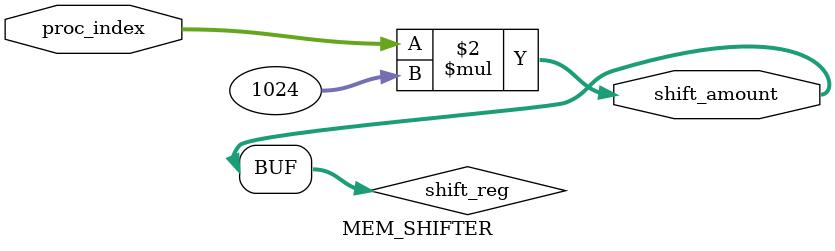
<source format=v>
module MEM_SHIFTER(proc_index, shift_amount);

//inputs
input [31:0] proc_index;

//output
output [31:0] shift_amount;

reg [31:0] shift_reg;

parameter SHIFT = 1024;

always @ (*) begin
	shift_reg <= proc_index * SHIFT;
end

assign shift_amount = shift_reg;

endmodule 
</source>
